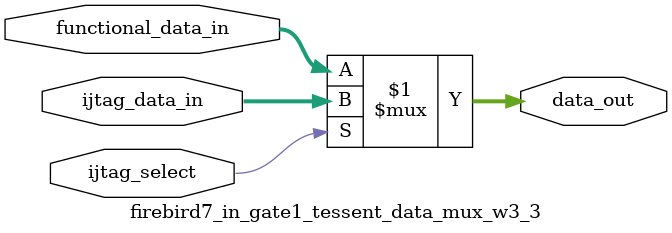
<source format=sv>

module firebird7_in_gate1_tessent_data_mux_w3_3 (
  input wire ijtag_select,
  input wire [2:0]  functional_data_in,
  input wire [2:0]  ijtag_data_in,
  output wire [2:0] data_out
);
assign data_out = (ijtag_select) ? ijtag_data_in : functional_data_in;
endmodule

</source>
